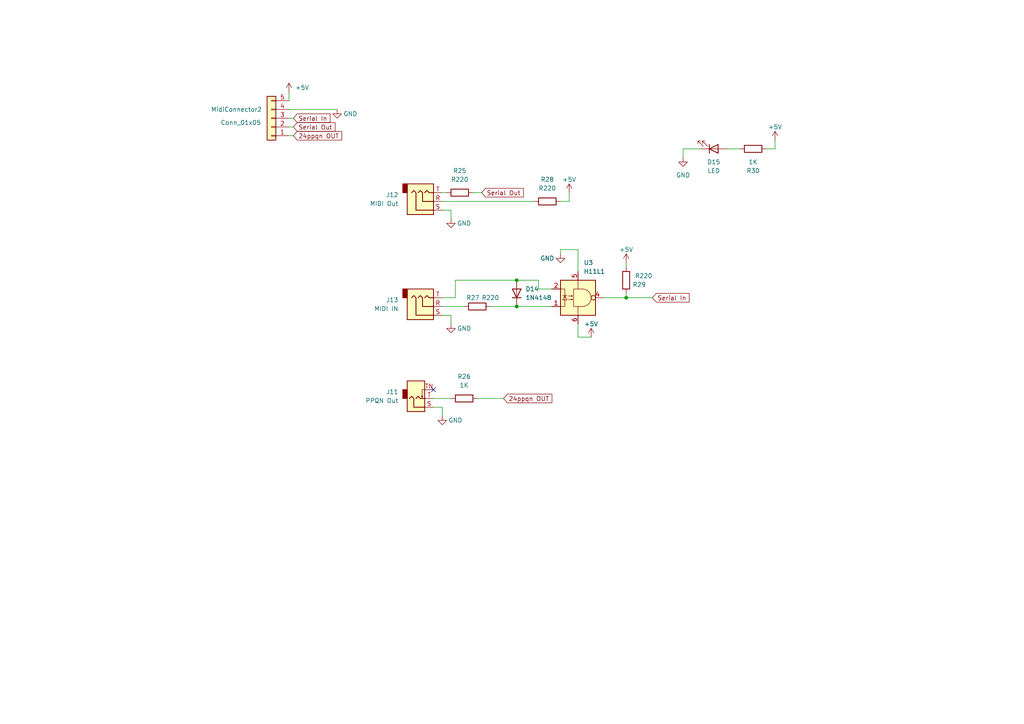
<source format=kicad_sch>
(kicad_sch (version 20211123) (generator eeschema)
  (paper "A4")
  (lib_symbols
    (symbol "Connector:AudioJack2_SwitchT"
      (property "Reference" "J" (at 0 8.89 0))
      (property "Value" "AudioJack2_SwitchT" (at 0 6.35 0))
      (symbol "AudioJack2_SwitchT_0_1"
        (rectangle (start -2.54 0) (end -3.81 -2.54) (stroke (width 0.254)) (fill (type outline)))
        (polyline (pts (xy 1.778 -0.254) (xy 2.032 -0.762)))
        (polyline (pts (xy 0 0) (xy 0.635 -0.635) (xy 1.27 0) (xy 2.54 0)) (stroke (width 0.254)))
        (polyline (pts (xy 2.54 -2.54) (xy 1.778 -2.54) (xy 1.778 -0.254) (xy 1.524 -0.762)))
        (polyline (pts (xy 2.54 2.54) (xy -0.635 2.54) (xy -0.635 0) (xy -1.27 -0.635) (xy -1.905 0)) (stroke (width 0.254)))
        (rectangle (start 2.54 3.81) (end -2.54 -5.08) (stroke (width 0.254)) (fill (type background)))
      )
      (symbol "AudioJack2_SwitchT_1_1"
        (pin passive line (at 5.08 2.54 180) (length 2.54) (name "~") (number "S"))
        (pin passive line (at 5.08 0 180) (length 2.54) (name "~") (number "T"))
        (pin passive line (at 5.08 -2.54 180) (length 2.54) (name "~") (number "TN"))
      )
    )
    (symbol "Connector:AudioJack3"
      (property "Reference" "J" (at 0 8.89 0))
      (property "Value" "AudioJack3" (at 0 6.35 0))
      (symbol "AudioJack3_0_1"
        (rectangle (start -5.08 -5.08) (end -6.35 -2.54) (stroke (width 0.254)) (fill (type outline)))
        (polyline (pts (xy 0 -2.54) (xy 0.635 -3.175) (xy 1.27 -2.54) (xy 2.54 -2.54)) (stroke (width 0.254)))
        (polyline (pts (xy -1.905 -2.54) (xy -1.27 -3.175) (xy -0.635 -2.54) (xy -0.635 0) (xy 2.54 0)) (stroke (width 0.254)))
        (polyline (pts (xy 2.54 2.54) (xy -2.54 2.54) (xy -2.54 -2.54) (xy -3.175 -3.175) (xy -3.81 -2.54)) (stroke (width 0.254)))
        (rectangle (start 2.54 3.81) (end -5.08 -5.08) (stroke (width 0.254)) (fill (type background)))
      )
      (symbol "AudioJack3_1_1"
        (pin passive line (at 5.08 0 180) (length 2.54) (name "~") (number "R"))
        (pin passive line (at 5.08 2.54 180) (length 2.54) (name "~") (number "S"))
        (pin passive line (at 5.08 -2.54 180) (length 2.54) (name "~") (number "T"))
      )
    )
    (symbol "Connector_Generic:Conn_01x05" (pin_names (offset 1.016) hide)
      (property "Reference" "J" (at 0 7.62 0))
      (property "Value" "Conn_01x05" (at 0 -7.62 0))
      (symbol "Conn_01x05_1_1"
        (rectangle (start -1.27 -4.953) (end 0 -5.207) (stroke (width 0.1524)))
        (rectangle (start -1.27 -2.413) (end 0 -2.667) (stroke (width 0.1524)))
        (rectangle (start -1.27 0.127) (end 0 -0.127) (stroke (width 0.1524)))
        (rectangle (start -1.27 2.667) (end 0 2.413) (stroke (width 0.1524)))
        (rectangle (start -1.27 5.207) (end 0 4.953) (stroke (width 0.1524)))
        (rectangle (start -1.27 6.35) (end 1.27 -6.35) (stroke (width 0.254)) (fill (type background)))
        (pin passive line (at -5.08 5.08 0) (length 3.81) (name "Pin_1") (number "1"))
        (pin passive line (at -5.08 2.54 0) (length 3.81) (name "Pin_2") (number "2"))
        (pin passive line (at -5.08 0 0) (length 3.81) (name "Pin_3") (number "3"))
        (pin passive line (at -5.08 -2.54 0) (length 3.81) (name "Pin_4") (number "4"))
        (pin passive line (at -5.08 -5.08 0) (length 3.81) (name "Pin_5") (number "5"))
      )
    )
    (symbol "Device:D" (pin_numbers hide) (pin_names (offset 1.016) hide)
      (property "Reference" "D" (at 0 2.54 0))
      (property "Value" "D" (at 0 -2.54 0))
      (symbol "D_0_1"
        (polyline (pts (xy -1.27 1.27) (xy -1.27 -1.27)) (stroke (width 0.254)))
        (polyline (pts (xy 1.27 0) (xy -1.27 0)))
        (polyline (pts (xy 1.27 1.27) (xy 1.27 -1.27) (xy -1.27 0) (xy 1.27 1.27)) (stroke (width 0.254)))
      )
      (symbol "D_1_1"
        (pin passive line (at -3.81 0 0) (length 2.54) (name "K") (number "1"))
        (pin passive line (at 3.81 0 180) (length 2.54) (name "A") (number "2"))
      )
    )
    (symbol "Device:LED" (pin_numbers hide) (pin_names (offset 1.016) hide)
      (property "Reference" "D" (at 0 2.54 0))
      (property "Value" "LED" (at 0 -2.54 0))
      (symbol "LED_0_1"
        (polyline (pts (xy -1.27 -1.27) (xy -1.27 1.27)) (stroke (width 0.254)))
        (polyline (pts (xy -1.27 0) (xy 1.27 0)))
        (polyline (pts (xy 1.27 -1.27) (xy 1.27 1.27) (xy -1.27 0) (xy 1.27 -1.27)) (stroke (width 0.254)))
        (polyline (pts (xy -3.048 -0.762) (xy -4.572 -2.286) (xy -3.81 -2.286) (xy -4.572 -2.286) (xy -4.572 -1.524)))
        (polyline (pts (xy -1.778 -0.762) (xy -3.302 -2.286) (xy -2.54 -2.286) (xy -3.302 -2.286) (xy -3.302 -1.524)))
      )
      (symbol "LED_1_1"
        (pin passive line (at -3.81 0 0) (length 2.54) (name "K") (number "1"))
        (pin passive line (at 3.81 0 180) (length 2.54) (name "A") (number "2"))
      )
    )
    (symbol "Device:R" (pin_numbers hide) (pin_names (offset 0))
      (property "Reference" "R" (at 2.032 0 90))
      (property "Value" "R" (at 0 0 90))
      (symbol "R_0_1"
        (rectangle (start -1.016 -2.54) (end 1.016 2.54) (stroke (width 0.254)))
      )
      (symbol "R_1_1"
        (pin passive line (at 0 3.81 270) (length 1.27) (name "~") (number "1"))
        (pin passive line (at 0 -3.81 90) (length 1.27) (name "~") (number "2"))
      )
    )
    (symbol "Isolator:H11L1" (pin_names (offset 1.016))
      (property "Reference" "U" (at 1.27 8.89 0))
      (property "Value" "H11L1" (at 1.27 6.35 0))
      (symbol "H11L1_0_1"
        (rectangle (start -5.08 5.08) (end 5.08 -5.08) (stroke (width 0.254)) (fill (type background)))
        (polyline (pts (xy -4.445 -0.635) (xy -3.175 -0.635)))
        (polyline (pts (xy 0 2.54) (xy 0 5.08)))
        (polyline (pts (xy 0 -2.54) (xy 0 -5.08) (xy 0 -3.81)))
        (polyline (pts (xy -5.08 -2.54) (xy -3.81 -2.54) (xy -3.81 2.54) (xy -5.08 2.54)))
        (polyline (pts (xy -3.81 -0.635) (xy -4.445 0.635) (xy -3.175 0.635) (xy -3.81 -0.635)))
        (polyline (pts (xy 1.27 -2.54) (xy -1.27 -2.54) (xy -1.27 2.54) (xy 1.27 2.54)))
        (polyline (pts (xy -2.794 -0.508) (xy -1.524 -0.508) (xy -1.905 -0.635) (xy -1.905 -0.381) (xy -1.524 -0.508)))
        (polyline (pts (xy -2.794 0.508) (xy -1.524 0.508) (xy -1.905 0.381) (xy -1.905 0.635) (xy -1.524 0.508)))
        (arc (start 1.27 -2.54) (mid 3.81 0) (end 1.27 2.54))
      )
      (symbol "H11L1_1_1"
        (pin passive line (at -7.62 2.54 0) (length 2.54) (name "~") (number "1"))
        (pin passive line (at -7.62 -2.54 0) (length 2.54) (name "~") (number "2"))
        (pin no_connect line (at -5.08 0 0) (length 2.54) hide (name "~") (number "3"))
        (pin output inverted (at 7.62 0 180) (length 3.81) (name "~") (number "4"))
        (pin power_in line (at 0 -7.62 90) (length 2.54) (name "~") (number "5"))
        (pin power_in line (at 0 7.62 270) (length 2.54) (name "~") (number "6"))
      )
    )
    (symbol "power:+5V" (power) (pin_names (offset 0))
      (property "Value" "+5V" (at 0 3.556 0))
      (symbol "+5V_0_1"
        (polyline (pts (xy -0.762 1.27) (xy 0 2.54)))
        (polyline (pts (xy 0 0) (xy 0 2.54)))
        (polyline (pts (xy 0 2.54) (xy 0.762 1.27)))
      )
      (symbol "+5V_1_1"
        (pin power_in line (at 0 0 90) (length 0) hide (name "+5V") (number "1"))
      )
    )
    (symbol "power:GND" (power) (pin_names (offset 0))
      (property "Value" "GND" (at 0 -3.81 0))
      (symbol "GND_0_1"
        (polyline (pts (xy 0 0) (xy 0 -1.27) (xy 1.27 -1.27) (xy 0 -2.54) (xy -1.27 -1.27) (xy 0 -1.27)))
      )
      (symbol "GND_1_1"
        (pin power_in line (at 0 0 270) (length 0) hide (name "GND") (number "1"))
      )
    )
  )
  (junction (at 181.61 86.36))
  (junction (at 149.86 88.9))
  (junction (at 149.86 81.28))
  (no_connect (at 125.73 113.03))
  (wire (pts (xy 167.64 93.98) (xy 167.64 97.79)))
  (wire (pts (xy 149.86 81.28) (xy 156.21 81.28)))
  (wire (pts (xy 128.27 86.36) (xy 132.08 86.36)))
  (wire (pts (xy 181.61 85.09) (xy 181.61 86.36)))
  (wire (pts (xy 132.08 86.36) (xy 132.08 81.28)))
  (wire (pts (xy 222.25 43.18) (xy 224.79 43.18)))
  (wire (pts (xy 125.73 115.57) (xy 130.81 115.57)))
  (wire (pts (xy 142.24 88.9) (xy 149.86 88.9)))
  (wire (pts (xy 128.27 55.88) (xy 129.54 55.88)))
  (wire (pts (xy 181.61 76.2) (xy 181.61 77.47)))
  (wire (pts (xy 162.56 72.39) (xy 167.64 72.39)))
  (wire (pts (xy 128.27 88.9) (xy 134.62 88.9)))
  (wire (pts (xy 165.1 55.88) (xy 165.1 58.42)))
  (wire (pts (xy 162.56 73.66) (xy 162.56 72.39)))
  (wire (pts (xy 137.16 55.88) (xy 139.7 55.88)))
  (wire (pts (xy 128.27 118.11) (xy 125.73 118.11)))
  (wire (pts (xy 128.27 118.11) (xy 128.27 120.65)))
  (wire (pts (xy 181.61 86.36) (xy 189.23 86.36)))
  (wire (pts (xy 83.82 26.67) (xy 83.82 29.21)))
  (wire (pts (xy 198.12 43.18) (xy 198.12 45.72)))
  (wire (pts (xy 198.12 43.18) (xy 203.2 43.18)))
  (wire (pts (xy 160.02 83.82) (xy 156.21 83.82)))
  (wire (pts (xy 130.81 91.44) (xy 128.27 91.44)))
  (wire (pts (xy 224.79 40.64) (xy 224.79 43.18)))
  (wire (pts (xy 181.61 86.36) (xy 175.26 86.36)))
  (wire (pts (xy 167.64 97.79) (xy 171.45 97.79)))
  (wire (pts (xy 130.81 60.96) (xy 128.27 60.96)))
  (wire (pts (xy 132.08 81.28) (xy 149.86 81.28)))
  (wire (pts (xy 210.82 43.18) (xy 214.63 43.18)))
  (wire (pts (xy 162.56 58.42) (xy 165.1 58.42)))
  (wire (pts (xy 156.21 83.82) (xy 156.21 81.28)))
  (wire (pts (xy 138.43 115.57) (xy 146.05 115.57)))
  (wire (pts (xy 83.82 39.37) (xy 85.09 39.37)))
  (wire (pts (xy 83.82 31.75) (xy 97.79 31.75)))
  (wire (pts (xy 83.82 34.29) (xy 85.09 34.29)))
  (wire (pts (xy 128.27 58.42) (xy 154.94 58.42)))
  (wire (pts (xy 149.86 88.9) (xy 160.02 88.9)))
  (wire (pts (xy 83.82 36.83) (xy 85.09 36.83)))
  (wire (pts (xy 130.81 91.44) (xy 130.81 93.98)))
  (wire (pts (xy 167.64 72.39) (xy 167.64 78.74)))
  (wire (pts (xy 130.81 60.96) (xy 130.81 63.5)))
  (global_label "Serial In" (shape input) (at 189.23 86.36 0) (property "Intersheet References" "${INTERSHEET_REFS}" (effects hide)))
  (global_label "24ppqn OUT" (shape input) (at 146.05 115.57 0) (property "Intersheet References" "${INTERSHEET_REFS}" (effects hide)))
  (global_label "24ppqn OUT" (shape input) (at 85.09 39.37 0) (property "Intersheet References" "${INTERSHEET_REFS}" (effects hide)))
  (global_label "Serial Out" (shape input) (at 139.7 55.88 0) (property "Intersheet References" "${INTERSHEET_REFS}" (effects hide)))
  (global_label "Serial Out" (shape input) (at 85.09 36.83 0) (property "Intersheet References" "${INTERSHEET_REFS}" (effects hide)))
  (global_label "Serial In" (shape input) (at 85.09 34.29 0) (property "Intersheet References" "${INTERSHEET_REFS}" (effects hide)))
  (symbol (lib_id "Connector:AudioJack3") (at 123.19 58.42 0) (mirror x) (unit 1)
    (property "Reference" "J12" (at 115.57 56.5149 0) (effects (justify right)))
    (property "Value" "MIDI Out" (at 115.57 59.0549 0) (effects (justify right)))
    (property "Footprint" "w_connector:PJ301CM_OFFSET" (effects hide))
  )
  (symbol (lib_id "power:+5V") (at 165.1 55.88 0) (unit 1)
    (property "Reference" "#PWR0143" (effects hide))
    (property "Value" "+5V" (at 165.1 52.07 0))
  )
  (symbol (lib_id "Device:R") (at 133.35 55.88 90) (unit 1)
    (property "Reference" "R25" (at 133.35 49.53 90))
    (property "Value" "R220" (at 133.35 52.07 90))
    (property "Footprint" "Resistor_SMD:R_0805_2012Metric" (effects hide))
  )
  (symbol (lib_id "Device:LED") (at 207.01 43.18 0) (mirror x) (unit 1)
    (property "Reference" "D15" (at 207.01 46.99 0))
    (property "Value" "LED" (at 207.01 49.53 0))
    (property "Footprint" "gtoe:FlatTopLed" (effects hide))
  )
  (symbol (lib_id "power:+5V") (at 171.45 97.79 0) (unit 1)
    (property "Reference" "#PWR0151" (effects hide))
    (property "Value" "+5V" (at 171.45 93.98 0))
  )
  (symbol (lib_id "Isolator:H11L1") (at 167.64 86.36 0) (mirror x) (unit 1)
    (property "Reference" "U3" (at 169.2911 76.2 0) (effects (justify left)))
    (property "Value" "H11L1" (at 169.2911 78.74 0) (effects (justify left)))
    (property "Footprint" "Package_DIP:DIP-6_W7.62mm_Socket" (effects hide))
    (property "Datasheet" "https://www.onsemi.com/pub/Collateral/H11L3M-D.PDF" (effects hide))
  )
  (symbol (lib_id "Device:R") (at 218.44 43.18 90) (mirror x) (unit 1)
    (property "Reference" "R30" (at 218.44 49.53 90))
    (property "Value" "1K" (at 218.44 46.99 90))
    (property "Footprint" "Resistor_SMD:R_0805_2012Metric" (effects hide))
  )
  (symbol (lib_id "power:+5V") (at 181.61 76.2 0) (unit 1)
    (property "Reference" "#PWR0153" (effects hide))
    (property "Value" "+5V" (at 181.61 72.39 0))
  )
  (symbol (lib_id "Device:R") (at 181.61 81.28 180) (unit 1)
    (property "Reference" "R29" (at 185.42 82.55 0))
    (property "Value" "R220" (at 186.69 80.01 0))
    (property "Footprint" "Resistor_SMD:R_0805_2012Metric" (effects hide))
  )
  (symbol (lib_id "power:GND") (at 128.27 120.65 0) (unit 1)
    (property "Reference" "#PWR0141" (effects hide))
    (property "Value" "GND" (at 132.08 121.92 0))
  )
  (symbol (lib_id "power:GND") (at 130.81 63.5 0) (unit 1)
    (property "Reference" "#PWR0142" (effects hide))
    (property "Value" "GND" (at 134.62 64.77 0))
  )
  (symbol (lib_id "Device:R") (at 138.43 88.9 90) (unit 1)
    (property "Reference" "R27" (at 137.16 86.36 90))
    (property "Value" "R220" (at 142.24 86.36 90))
    (property "Footprint" "Resistor_SMD:R_0805_2012Metric" (effects hide))
  )
  (symbol (lib_id "power:GND") (at 198.12 45.72 0) (mirror y) (unit 1)
    (property "Reference" "#PWR0150" (effects hide))
    (property "Value" "GND" (at 198.12 50.8 0))
  )
  (symbol (lib_id "power:GND") (at 162.56 73.66 0) (unit 1)
    (property "Reference" "#PWR0152" (effects hide))
    (property "Value" "GND" (at 158.75 74.93 0))
  )
  (symbol (lib_id "power:+5V") (at 224.79 40.64 0) (unit 1)
    (property "Reference" "#PWR0154" (effects hide))
    (property "Value" "+5V" (at 224.79 36.83 0))
  )
  (symbol (lib_id "Connector:AudioJack2_SwitchT") (at 120.65 115.57 0) (mirror x) (unit 1)
    (property "Reference" "J11" (at 115.57 113.6649 0) (effects (justify right)))
    (property "Value" "PPQN Out" (at 115.57 116.2049 0) (effects (justify right)))
    (property "Footprint" "gtoe:thonkiconn" (effects hide))
  )
  (symbol (lib_id "Device:D") (at 149.86 85.09 270) (mirror x) (unit 1)
    (property "Reference" "D14" (at 152.4 83.8199 90) (effects (justify left)))
    (property "Value" "1N4148" (at 152.4 86.3599 90) (effects (justify left)))
    (property "Footprint" "Diode_SMD:D_SOD-123" (effects hide))
  )
  (symbol (lib_id "Device:R") (at 134.62 115.57 90) (unit 1)
    (property "Reference" "R26" (at 134.62 109.22 90))
    (property "Value" "1K" (at 134.62 111.76 90))
    (property "Footprint" "Resistor_SMD:R_0805_2012Metric" (effects hide))
  )
  (symbol (lib_id "Connector:AudioJack3") (at 123.19 88.9 0) (mirror x) (unit 1)
    (property "Reference" "J13" (at 115.57 86.9949 0) (effects (justify right)))
    (property "Value" "MIDI IN" (at 115.57 89.5349 0) (effects (justify right)))
    (property "Footprint" "w_connector:PJ301CM_OFFSET" (effects hide))
  )
  (symbol (lib_id "power:GND") (at 130.81 93.98 0) (unit 1)
    (property "Reference" "#PWR0140" (effects hide))
    (property "Value" "GND" (at 134.62 95.25 0))
  )
  (symbol (lib_id "Connector_Generic:Conn_01x05") (at 78.74 34.29 180) (unit 1)
    (property "Reference" "MidiConnector2" (at 68.58 31.75 0))
    (property "Value" "Conn_01x05" (at 69.85 35.56 0))
    (property "Footprint" "Connector_PinHeader_2.54mm:PinHeader_1x05_P2.54mm_Vertical" (effects hide))
  )
  (symbol (lib_id "power:+5V") (at 83.82 26.67 0) (unit 1)
    (property "Reference" "#PWR0149" (effects hide))
    (property "Value" "+5V" (at 87.63 25.4 0))
  )
  (symbol (lib_id "Device:R") (at 158.75 58.42 90) (unit 1)
    (property "Reference" "R28" (at 158.75 52.07 90))
    (property "Value" "R220" (at 158.75 54.61 90))
    (property "Footprint" "Resistor_SMD:R_0805_2012Metric" (effects hide))
  )
  (symbol (lib_id "power:GND") (at 97.79 31.75 0) (unit 1)
    (property "Reference" "#PWR0148" (effects hide))
    (property "Value" "GND" (at 101.6 33.02 0))
  )
)
</source>
